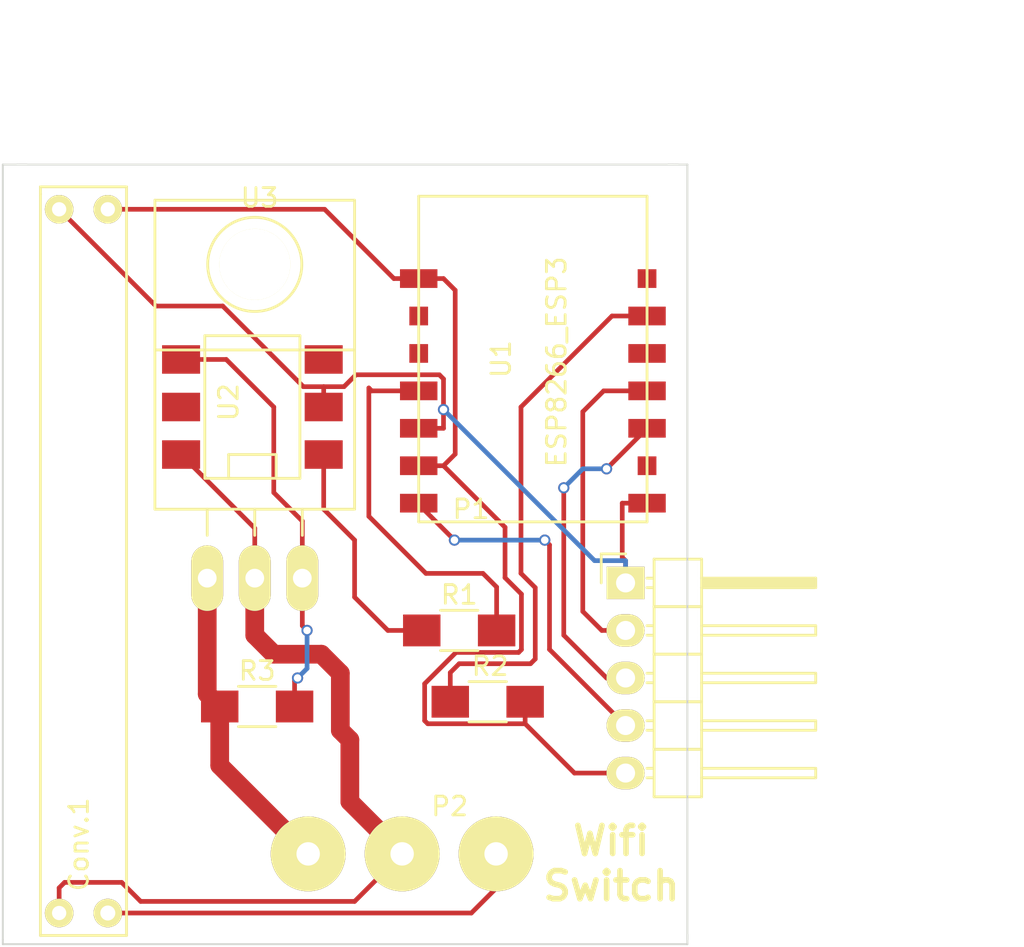
<source format=kicad_pcb>
(kicad_pcb (version 20171130) (host pcbnew "(5.1.12)-1")

  (general
    (thickness 1.6)
    (drawings 12)
    (tracks 123)
    (zones 0)
    (modules 9)
    (nets 18)
  )

  (page A4)
  (layers
    (0 F.Cu signal)
    (31 B.Cu signal hide)
    (32 B.Adhes user)
    (33 F.Adhes user)
    (34 B.Paste user)
    (35 F.Paste user)
    (36 B.SilkS user)
    (37 F.SilkS user)
    (38 B.Mask user)
    (39 F.Mask user)
    (40 Dwgs.User user)
    (41 Cmts.User user)
    (42 Eco1.User user)
    (43 Eco2.User user)
    (44 Edge.Cuts user)
    (45 Margin user)
    (46 B.CrtYd user)
    (47 F.CrtYd user)
    (48 B.Fab user)
    (49 F.Fab user)
  )

  (setup
    (last_trace_width 0.25)
    (user_trace_width 0.25)
    (user_trace_width 1)
    (trace_clearance 0.2)
    (zone_clearance 0.508)
    (zone_45_only no)
    (trace_min 0.2)
    (via_size 0.6)
    (via_drill 0.4)
    (via_min_size 0.4)
    (via_min_drill 0.3)
    (uvia_size 0.3)
    (uvia_drill 0.1)
    (uvias_allowed no)
    (uvia_min_size 0.2)
    (uvia_min_drill 0.1)
    (edge_width 0.1)
    (segment_width 0.2)
    (pcb_text_width 0.3)
    (pcb_text_size 1.5 1.5)
    (mod_edge_width 0.15)
    (mod_text_size 1 1)
    (mod_text_width 0.15)
    (pad_size 2 1)
    (pad_drill 0)
    (pad_to_mask_clearance 0)
    (aux_axis_origin 0 0)
    (visible_elements 7FFFFFFF)
    (pcbplotparams
      (layerselection 0x010f0_80000001)
      (usegerberextensions true)
      (usegerberattributes true)
      (usegerberadvancedattributes true)
      (creategerberjobfile true)
      (excludeedgelayer true)
      (linewidth 0.100000)
      (plotframeref false)
      (viasonmask false)
      (mode 1)
      (useauxorigin false)
      (hpglpennumber 1)
      (hpglpenspeed 20)
      (hpglpendiameter 15.000000)
      (psnegative false)
      (psa4output false)
      (plotreference true)
      (plotvalue true)
      (plotinvisibletext false)
      (padsonsilk false)
      (subtractmaskfromsilk false)
      (outputformat 1)
      (mirror false)
      (drillshape 0)
      (scaleselection 1)
      (outputdirectory "Gerber/"))
  )

  (net 0 "")
  (net 1 GND)
  (net 2 "Net-(P1-Pad2)")
  (net 3 "Net-(P1-Pad3)")
  (net 4 "Net-(P1-Pad4)")
  (net 5 "Net-(C1-Pad4)")
  (net 6 "Net-(C1-Pad3)")
  (net 7 "Net-(R1-Pad1)")
  (net 8 "Net-(R1-Pad2)")
  (net 9 "Net-(R2-Pad1)")
  (net 10 "Net-(R3-Pad1)")
  (net 11 "Net-(U1-Pad10)")
  (net 12 "Net-(U1-Pad9)")
  (net 13 "Net-(U1-Pad2)")
  (net 14 "Net-(U1-Pad5)")
  (net 15 "Net-(U1-Pad7)")
  (net 16 "Net-(P2-Pad1)")
  (net 17 +3V3)

  (net_class Default "This is the default net class."
    (clearance 0.2)
    (trace_width 0.25)
    (via_dia 0.6)
    (via_drill 0.4)
    (uvia_dia 0.3)
    (uvia_drill 0.1)
    (add_net +3V3)
    (add_net GND)
    (add_net "Net-(C1-Pad3)")
    (add_net "Net-(C1-Pad4)")
    (add_net "Net-(P1-Pad2)")
    (add_net "Net-(P1-Pad3)")
    (add_net "Net-(P1-Pad4)")
    (add_net "Net-(P2-Pad1)")
    (add_net "Net-(R1-Pad1)")
    (add_net "Net-(R1-Pad2)")
    (add_net "Net-(R2-Pad1)")
    (add_net "Net-(R3-Pad1)")
    (add_net "Net-(U1-Pad10)")
    (add_net "Net-(U1-Pad2)")
    (add_net "Net-(U1-Pad5)")
    (add_net "Net-(U1-Pad7)")
    (add_net "Net-(U1-Pad9)")
  )

  (net_class Power ""
    (clearance 2.54)
    (trace_width 0.75)
    (via_dia 0.6)
    (via_drill 0.4)
    (uvia_dia 0.3)
    (uvia_drill 0.1)
  )

  (module WifiSwitch:DIP-6_SMD (layer F.Cu) (tedit 55A65CF6) (tstamp 5537ECDF)
    (at 116.967 88.9 90)
    (descr "DIP-8_300 smd shape")
    (tags "smd cms 8dip")
    (path /5537C87E)
    (attr smd)
    (fp_text reference U2 (at -1.016 -1.27 90) (layer F.SilkS)
      (effects (font (size 1 1) (thickness 0.15)))
    )
    (fp_text value MOC3031S (at -0.762 0.762 90) (layer F.Fab)
      (effects (font (size 1 1) (thickness 0.15)))
    )
    (fp_line (start -3.81 1.27) (end -5.08 1.27) (layer F.SilkS) (width 0.15))
    (fp_line (start -3.81 -1.27) (end -3.81 1.27) (layer F.SilkS) (width 0.15))
    (fp_line (start -5.08 -1.27) (end -3.81 -1.27) (layer F.SilkS) (width 0.15))
    (fp_line (start -5.08 -2.54) (end -5.08 2.54) (layer F.SilkS) (width 0.15))
    (fp_line (start 2.54 2.54) (end -5.08 2.54) (layer F.SilkS) (width 0.15))
    (fp_line (start 2.54 -2.54) (end 2.54 2.54) (layer F.SilkS) (width 0.15))
    (fp_line (start -5.08 -2.54) (end 2.54 -2.54) (layer F.SilkS) (width 0.15))
    (pad 1 smd rect (at -3.81 3.81 90) (size 1.524 2.032) (layers F.Cu F.Paste F.Mask)
      (net 7 "Net-(R1-Pad1)"))
    (pad 2 smd rect (at -1.27 3.81 90) (size 1.524 2.032) (layers F.Cu F.Paste F.Mask)
      (net 1 GND))
    (pad 3 smd rect (at 1.27 3.81 90) (size 1.524 2.032) (layers F.Cu F.Paste F.Mask))
    (pad 4 smd rect (at 1.27 -3.81 90) (size 1.524 2.032) (layers F.Cu F.Paste F.Mask)
      (net 10 "Net-(R3-Pad1)"))
    (pad 5 smd rect (at -1.27 -3.81 90) (size 1.524 2.032) (layers F.Cu F.Paste F.Mask))
    (pad 6 smd rect (at -3.81 -3.81 90) (size 1.524 2.032) (layers F.Cu F.Paste F.Mask)
      (net 5 "Net-(C1-Pad4)"))
    (model SMD_Packages.3dshapes/DIP-8_SMD.wrl
      (at (xyz 0 0 0))
      (scale (xyz 1 0.5 0.8))
      (rotate (xyz 0 0 0))
    )
  )

  (module Pin_Headers:Pin_Header_Angled_1x05 (layer F.Cu) (tedit 5538D1C2) (tstamp 5537ECAA)
    (at 136.906 99.568)
    (descr "Through hole pin header")
    (tags "pin header")
    (path /5537CFE5)
    (fp_text reference P1 (at -8.255 -3.937) (layer F.SilkS)
      (effects (font (size 1 1) (thickness 0.15)))
    )
    (fp_text value CONN_01X05 (at -2.413 5.461 90) (layer F.Fab)
      (effects (font (size 1 1) (thickness 0.15)))
    )
    (fp_line (start 1.524 6.35) (end 4.064 6.35) (layer F.SilkS) (width 0.15))
    (fp_line (start 1.524 6.35) (end 1.524 8.89) (layer F.SilkS) (width 0.15))
    (fp_line (start 1.524 8.89) (end 4.064 8.89) (layer F.SilkS) (width 0.15))
    (fp_line (start 4.064 7.366) (end 10.16 7.366) (layer F.SilkS) (width 0.15))
    (fp_line (start 10.16 7.366) (end 10.16 7.874) (layer F.SilkS) (width 0.15))
    (fp_line (start 10.16 7.874) (end 4.064 7.874) (layer F.SilkS) (width 0.15))
    (fp_line (start 4.064 8.89) (end 4.064 6.35) (layer F.SilkS) (width 0.15))
    (fp_line (start 4.064 11.43) (end 4.064 8.89) (layer F.SilkS) (width 0.15))
    (fp_line (start 10.16 10.414) (end 4.064 10.414) (layer F.SilkS) (width 0.15))
    (fp_line (start 10.16 9.906) (end 10.16 10.414) (layer F.SilkS) (width 0.15))
    (fp_line (start 4.064 9.906) (end 10.16 9.906) (layer F.SilkS) (width 0.15))
    (fp_line (start 1.524 11.43) (end 4.064 11.43) (layer F.SilkS) (width 0.15))
    (fp_line (start 1.524 8.89) (end 1.524 11.43) (layer F.SilkS) (width 0.15))
    (fp_line (start 1.524 8.89) (end 4.064 8.89) (layer F.SilkS) (width 0.15))
    (fp_line (start 1.524 1.27) (end 4.064 1.27) (layer F.SilkS) (width 0.15))
    (fp_line (start 1.524 1.27) (end 1.524 3.81) (layer F.SilkS) (width 0.15))
    (fp_line (start 1.524 3.81) (end 4.064 3.81) (layer F.SilkS) (width 0.15))
    (fp_line (start 4.064 2.286) (end 10.16 2.286) (layer F.SilkS) (width 0.15))
    (fp_line (start 10.16 2.286) (end 10.16 2.794) (layer F.SilkS) (width 0.15))
    (fp_line (start 10.16 2.794) (end 4.064 2.794) (layer F.SilkS) (width 0.15))
    (fp_line (start 4.064 3.81) (end 4.064 1.27) (layer F.SilkS) (width 0.15))
    (fp_line (start 4.064 6.35) (end 4.064 3.81) (layer F.SilkS) (width 0.15))
    (fp_line (start 10.16 5.334) (end 4.064 5.334) (layer F.SilkS) (width 0.15))
    (fp_line (start 10.16 4.826) (end 10.16 5.334) (layer F.SilkS) (width 0.15))
    (fp_line (start 4.064 4.826) (end 10.16 4.826) (layer F.SilkS) (width 0.15))
    (fp_line (start 1.524 6.35) (end 4.064 6.35) (layer F.SilkS) (width 0.15))
    (fp_line (start 1.524 3.81) (end 1.524 6.35) (layer F.SilkS) (width 0.15))
    (fp_line (start 1.524 3.81) (end 4.064 3.81) (layer F.SilkS) (width 0.15))
    (fp_line (start 1.524 -1.27) (end 4.064 -1.27) (layer F.SilkS) (width 0.15))
    (fp_line (start 1.524 -1.27) (end 1.524 1.27) (layer F.SilkS) (width 0.15))
    (fp_line (start 1.524 1.27) (end 4.064 1.27) (layer F.SilkS) (width 0.15))
    (fp_line (start 4.064 -0.254) (end 10.16 -0.254) (layer F.SilkS) (width 0.15))
    (fp_line (start 10.16 -0.254) (end 10.16 0.254) (layer F.SilkS) (width 0.15))
    (fp_line (start 10.16 0.254) (end 4.064 0.254) (layer F.SilkS) (width 0.15))
    (fp_line (start 4.064 1.27) (end 4.064 -1.27) (layer F.SilkS) (width 0.15))
    (fp_line (start 1.524 9.906) (end 1.143 9.906) (layer F.SilkS) (width 0.15))
    (fp_line (start 1.524 10.414) (end 1.143 10.414) (layer F.SilkS) (width 0.15))
    (fp_line (start 1.524 7.874) (end 1.143 7.874) (layer F.SilkS) (width 0.15))
    (fp_line (start 1.524 7.366) (end 1.143 7.366) (layer F.SilkS) (width 0.15))
    (fp_line (start 1.524 5.334) (end 1.143 5.334) (layer F.SilkS) (width 0.15))
    (fp_line (start 1.524 4.826) (end 1.143 4.826) (layer F.SilkS) (width 0.15))
    (fp_line (start 1.524 2.794) (end 1.143 2.794) (layer F.SilkS) (width 0.15))
    (fp_line (start 1.524 2.286) (end 1.143 2.286) (layer F.SilkS) (width 0.15))
    (fp_line (start 1.524 0.254) (end 1.143 0.254) (layer F.SilkS) (width 0.15))
    (fp_line (start 1.524 -0.254) (end 1.143 -0.254) (layer F.SilkS) (width 0.15))
    (fp_line (start 4.191 0) (end 10.033 0) (layer F.SilkS) (width 0.15))
    (fp_line (start 4.191 0.127) (end 4.191 0) (layer F.SilkS) (width 0.15))
    (fp_line (start 10.033 0.127) (end 4.191 0.127) (layer F.SilkS) (width 0.15))
    (fp_line (start 10.033 -0.127) (end 10.033 0.127) (layer F.SilkS) (width 0.15))
    (fp_line (start 4.191 -0.127) (end 10.033 -0.127) (layer F.SilkS) (width 0.15))
    (fp_line (start 0 -1.55) (end -1.3 -1.55) (layer F.SilkS) (width 0.15))
    (fp_line (start -1.3 -1.55) (end -1.3 0) (layer F.SilkS) (width 0.15))
    (fp_line (start -1.5 11.95) (end 10.65 11.95) (layer F.CrtYd) (width 0.05))
    (fp_line (start -1.5 -1.75) (end 10.65 -1.75) (layer F.CrtYd) (width 0.05))
    (fp_line (start 10.65 -1.75) (end 10.65 11.95) (layer F.CrtYd) (width 0.05))
    (fp_line (start -1.5 -1.75) (end -1.5 11.95) (layer F.CrtYd) (width 0.05))
    (pad 1 thru_hole rect (at 0 0) (size 2.032 1.7272) (drill 1.016) (layers *.Cu *.Mask F.SilkS)
      (net 1 GND))
    (pad 2 thru_hole oval (at 0 2.54) (size 2.032 1.7272) (drill 1.016) (layers *.Cu *.Mask F.SilkS)
      (net 2 "Net-(P1-Pad2)"))
    (pad 3 thru_hole oval (at 0 5.08) (size 2.032 1.7272) (drill 1.016) (layers *.Cu *.Mask F.SilkS)
      (net 3 "Net-(P1-Pad3)"))
    (pad 4 thru_hole oval (at 0 7.62) (size 2.032 1.7272) (drill 1.016) (layers *.Cu *.Mask F.SilkS)
      (net 4 "Net-(P1-Pad4)"))
    (pad 5 thru_hole oval (at 0 10.16) (size 2.032 1.7272) (drill 1.016) (layers *.Cu *.Mask F.SilkS)
      (net 17 +3V3))
    (model Pin_Headers.3dshapes/Pin_Header_Angled_1x05.wrl
      (offset (xyz 0 -5.079999923706055 0))
      (scale (xyz 1 1 1))
      (rotate (xyz 0 0 90))
    )
  )

  (module Resistors_SMD:R_1206_HandSoldering (layer F.Cu) (tedit 5538D1E6) (tstamp 5537ECB7)
    (at 128.016 102.108)
    (descr "Resistor SMD 1206, hand soldering")
    (tags "resistor 1206")
    (path /55380183)
    (attr smd)
    (fp_text reference R1 (at 0 -1.905) (layer F.SilkS)
      (effects (font (size 1 1) (thickness 0.15)))
    )
    (fp_text value 220R (at -5.334 0) (layer F.Fab)
      (effects (font (size 1 1) (thickness 0.15)))
    )
    (fp_line (start -1 -1.075) (end 1 -1.075) (layer F.SilkS) (width 0.15))
    (fp_line (start 1 1.075) (end -1 1.075) (layer F.SilkS) (width 0.15))
    (fp_line (start 3.3 -1.2) (end 3.3 1.2) (layer F.CrtYd) (width 0.05))
    (fp_line (start -3.3 -1.2) (end -3.3 1.2) (layer F.CrtYd) (width 0.05))
    (fp_line (start -3.3 1.2) (end 3.3 1.2) (layer F.CrtYd) (width 0.05))
    (fp_line (start -3.3 -1.2) (end 3.3 -1.2) (layer F.CrtYd) (width 0.05))
    (pad 1 smd rect (at -2 0) (size 2 1.7) (layers F.Cu F.Paste F.Mask)
      (net 7 "Net-(R1-Pad1)"))
    (pad 2 smd rect (at 2 0) (size 2 1.7) (layers F.Cu F.Paste F.Mask)
      (net 8 "Net-(R1-Pad2)"))
    (model Resistors_SMD.3dshapes/R_1206_HandSoldering.wrl
      (at (xyz 0 0 0))
      (scale (xyz 1 1 1))
      (rotate (xyz 0 0 0))
    )
  )

  (module Resistors_SMD:R_1206_HandSoldering (layer F.Cu) (tedit 5538D1E1) (tstamp 5537ECBD)
    (at 129.54 105.918)
    (descr "Resistor SMD 1206, hand soldering")
    (tags "resistor 1206")
    (path /5537CF64)
    (attr smd)
    (fp_text reference R2 (at 0.127 -1.905) (layer F.SilkS)
      (effects (font (size 1 1) (thickness 0.15)))
    )
    (fp_text value 4K7 (at -4.826 0) (layer F.Fab)
      (effects (font (size 1 1) (thickness 0.15)))
    )
    (fp_line (start -1 -1.075) (end 1 -1.075) (layer F.SilkS) (width 0.15))
    (fp_line (start 1 1.075) (end -1 1.075) (layer F.SilkS) (width 0.15))
    (fp_line (start 3.3 -1.2) (end 3.3 1.2) (layer F.CrtYd) (width 0.05))
    (fp_line (start -3.3 -1.2) (end -3.3 1.2) (layer F.CrtYd) (width 0.05))
    (fp_line (start -3.3 1.2) (end 3.3 1.2) (layer F.CrtYd) (width 0.05))
    (fp_line (start -3.3 -1.2) (end 3.3 -1.2) (layer F.CrtYd) (width 0.05))
    (pad 1 smd rect (at -2 0) (size 2 1.7) (layers F.Cu F.Paste F.Mask)
      (net 9 "Net-(R2-Pad1)"))
    (pad 2 smd rect (at 2 0) (size 2 1.7) (layers F.Cu F.Paste F.Mask)
      (net 17 +3V3))
    (model Resistors_SMD.3dshapes/R_1206_HandSoldering.wrl
      (at (xyz 0 0 0))
      (scale (xyz 1 1 1))
      (rotate (xyz 0 0 0))
    )
  )

  (module Resistors_SMD:R_1206_HandSoldering (layer F.Cu) (tedit 5538017D) (tstamp 5537ECC3)
    (at 117.221 106.172 180)
    (descr "Resistor SMD 1206, hand soldering")
    (tags "resistor 1206")
    (path /5537CF81)
    (attr smd)
    (fp_text reference R3 (at 0 1.905 180) (layer F.SilkS)
      (effects (font (size 1 1) (thickness 0.15)))
    )
    (fp_text value 330R (at -0.254 -2.159 180) (layer F.Fab)
      (effects (font (size 1 1) (thickness 0.15)))
    )
    (fp_line (start -1 -1.075) (end 1 -1.075) (layer F.SilkS) (width 0.15))
    (fp_line (start 1 1.075) (end -1 1.075) (layer F.SilkS) (width 0.15))
    (fp_line (start 3.3 -1.2) (end 3.3 1.2) (layer F.CrtYd) (width 0.05))
    (fp_line (start -3.3 -1.2) (end -3.3 1.2) (layer F.CrtYd) (width 0.05))
    (fp_line (start -3.3 1.2) (end 3.3 1.2) (layer F.CrtYd) (width 0.05))
    (fp_line (start -3.3 -1.2) (end 3.3 -1.2) (layer F.CrtYd) (width 0.05))
    (pad 1 smd rect (at -2 0 180) (size 2 1.7) (layers F.Cu F.Paste F.Mask)
      (net 10 "Net-(R3-Pad1)"))
    (pad 2 smd rect (at 2 0 180) (size 2 1.7) (layers F.Cu F.Paste F.Mask)
      (net 16 "Net-(P2-Pad1)"))
    (model Resistors_SMD.3dshapes/R_1206_HandSoldering.wrl
      (at (xyz 0 0 0))
      (scale (xyz 1 1 1))
      (rotate (xyz 0 0 0))
    )
  )

  (module WifiSwitch:ESP8266-ESP-03 (layer F.Cu) (tedit 55A6BF29) (tstamp 5537ECD5)
    (at 131.953 89.408)
    (descr "ESP8266 ESP-03 wifi module -- Phillip Pearson")
    (path /553681EC)
    (fp_text reference U1 (at -1.7 -1.8 90) (layer F.SilkS)
      (effects (font (size 1 1) (thickness 0.15)))
    )
    (fp_text value ESP8266_ESP3 (at 1.27 -1.651 90) (layer F.SilkS)
      (effects (font (size 1 1) (thickness 0.15)))
    )
    (fp_line (start 6.1 6.9) (end -6.1 6.9) (layer F.SilkS) (width 0.15))
    (fp_line (start 6.1 -10.5) (end 6.1 6.9) (layer F.SilkS) (width 0.15))
    (fp_line (start -6.1 -10.5) (end 6.1 -10.5) (layer F.SilkS) (width 0.15))
    (fp_line (start -6.1 6.9) (end -6.1 -10.5) (layer F.SilkS) (width 0.15))
    (pad 14 smd rect (at -6.1 5.9) (size 2 1) (layers F.Cu F.Paste F.Mask)
      (net 4 "Net-(P1-Pad4)"))
    (pad 13 smd rect (at -6.1 3.9) (size 2 1) (layers F.Cu F.Paste F.Mask)
      (net 17 +3V3))
    (pad 12 smd rect (at -6.1 1.9) (size 2 1) (layers F.Cu F.Paste F.Mask)
      (net 1 GND))
    (pad 11 smd rect (at -6.1 -0.1) (size 2 1) (layers F.Cu F.Paste F.Mask)
      (net 8 "Net-(R1-Pad2)"))
    (pad 10 smd rect (at -6.1 -2.1) (size 1 1) (layers F.Cu F.Paste F.Mask)
      (net 11 "Net-(U1-Pad10)"))
    (pad 9 smd rect (at -6.1 -4.1) (size 1 1) (layers F.Cu F.Paste F.Mask)
      (net 12 "Net-(U1-Pad9)"))
    (pad 8 smd rect (at -6.1 -6.1) (size 2 1) (layers F.Cu F.Paste F.Mask)
      (net 17 +3V3))
    (pad 1 smd rect (at 6.1 5.9) (size 2 1) (layers F.Cu F.Paste F.Mask)
      (net 1 GND))
    (pad 2 smd rect (at 6.1 3.9) (size 1 1) (layers F.Cu F.Paste F.Mask)
      (net 13 "Net-(U1-Pad2)"))
    (pad 3 smd rect (at 6.1 1.9) (size 2 1) (layers F.Cu F.Paste F.Mask)
      (net 3 "Net-(P1-Pad3)"))
    (pad 4 smd rect (at 6.1 -0.1) (size 2 1) (layers F.Cu F.Paste F.Mask)
      (net 2 "Net-(P1-Pad2)"))
    (pad 5 smd rect (at 6.1 -2.1) (size 2 1) (layers F.Cu F.Paste F.Mask)
      (net 14 "Net-(U1-Pad5)"))
    (pad 6 smd rect (at 6.1 -4.1) (size 2 1) (layers F.Cu F.Paste F.Mask)
      (net 9 "Net-(R2-Pad1)"))
    (pad 7 smd rect (at 6.1 -6.1) (size 1 1) (layers F.Cu F.Paste F.Mask)
      (net 15 "Net-(U1-Pad7)"))
  )

  (module Transistors_TO-220:TO-220_Neutral123_Horizontal_LargePads (layer F.Cu) (tedit 5538D81A) (tstamp 5537ECE7)
    (at 117.094 99.314)
    (descr "TO-220, Neutral, Horizontal, Large Pads,")
    (tags "TO-220, Neutral, Horizontal, Large Pads,")
    (path /5537D078)
    (fp_text reference U3 (at 0.254 -20.32) (layer F.SilkS)
      (effects (font (size 1 1) (thickness 0.15)))
    )
    (fp_text value TRIAC (at 0 2.667) (layer F.Fab)
      (effects (font (size 1 1) (thickness 0.15)))
    )
    (fp_circle (center 0 -16.764) (end 1.778 -14.986) (layer F.SilkS) (width 0.15))
    (fp_line (start 0 -3.683) (end 5.334 -3.683) (layer F.SilkS) (width 0.15))
    (fp_line (start 0 -3.683) (end -5.334 -3.683) (layer F.SilkS) (width 0.15))
    (fp_line (start -5.334 -12.192) (end -5.334 -3.683) (layer F.SilkS) (width 0.15))
    (fp_line (start 5.334 -12.192) (end -5.334 -12.192) (layer F.SilkS) (width 0.15))
    (fp_line (start 5.334 -3.683) (end 5.334 -12.192) (layer F.SilkS) (width 0.15))
    (fp_line (start -5.334 -20.193) (end -5.334 -12.192) (layer F.SilkS) (width 0.15))
    (fp_line (start 5.334 -20.193) (end -5.334 -20.193) (layer F.SilkS) (width 0.15))
    (fp_line (start 5.334 -12.192) (end 5.334 -20.193) (layer F.SilkS) (width 0.15))
    (fp_line (start 2.54 -3.683) (end 2.54 -2.286) (layer F.SilkS) (width 0.15))
    (fp_line (start 0 -3.683) (end 0 -2.286) (layer F.SilkS) (width 0.15))
    (fp_line (start -2.54 -3.683) (end -2.54 -2.286) (layer F.SilkS) (width 0.15))
    (pad 2 thru_hole oval (at 0 0 90) (size 3.50012 1.69926) (drill 1.00076) (layers *.Cu *.Mask F.SilkS)
      (net 5 "Net-(C1-Pad4)"))
    (pad 1 thru_hole oval (at -2.54 0 90) (size 3.50012 1.69926) (drill 1.00076) (layers *.Cu *.Mask F.SilkS)
      (net 16 "Net-(P2-Pad1)"))
    (pad 3 thru_hole oval (at 2.54 0 90) (size 3.50012 1.69926) (drill 1.00076) (layers *.Cu *.Mask F.SilkS)
      (net 10 "Net-(R3-Pad1)"))
    (pad "" np_thru_hole circle (at 0 -16.764 90) (size 3.79984 3.79984) (drill 3.79984) (layers *.Cu *.Mask F.SilkS))
    (model Transistors_TO-220.3dshapes/TO-220_Neutral123_Horizontal_LargePads.wrl
      (at (xyz 0 0 0))
      (scale (xyz 0.3937 0.3937 0.3937))
      (rotate (xyz 0 0 0))
    )
  )

  (module WifiSwitch:AC_DC_Conv (layer F.Cu) (tedit 5538D832) (tstamp 5537F7AA)
    (at 107.442 98.806 270)
    (path /5537CAC0)
    (fp_text reference Conv.1 (at 14.732 -0.254 270) (layer F.SilkS)
      (effects (font (size 1 1) (thickness 0.15)))
    )
    (fp_text value "AC to DC convertor 3V3" (at -1.143 -0.254 270) (layer F.Fab)
      (effects (font (size 1 1) (thickness 0.15)))
    )
    (fp_line (start -20.4 1.8) (end -20.4 -2.8) (layer F.SilkS) (width 0.15))
    (fp_line (start -20 1.8) (end -20.4 1.8) (layer F.SilkS) (width 0.15))
    (fp_line (start 19.6 1.8) (end -20 1.8) (layer F.SilkS) (width 0.15))
    (fp_line (start 19.6 -2.8) (end 19.6 1.8) (layer F.SilkS) (width 0.15))
    (fp_line (start -20.4 -2.8) (end 19.6 -2.8) (layer F.SilkS) (width 0.15))
    (pad 3 thru_hole oval (at 18.4 -1.8 270) (size 1.524 1.524) (drill 0.8) (layers *.Cu *.Mask F.SilkS)
      (net 6 "Net-(C1-Pad3)"))
    (pad 4 thru_hole circle (at 18.4 0.8 270) (size 1.524 1.524) (drill 0.762) (layers *.Cu *.Mask F.SilkS)
      (net 5 "Net-(C1-Pad4)"))
    (pad 1 thru_hole circle (at -19.2 -1.8 270) (size 1.524 1.524) (drill 0.762) (layers *.Cu *.Mask F.SilkS)
      (net 17 +3V3))
    (pad 2 thru_hole circle (at -19.2 0.8 270) (size 1.524 1.524) (drill 0.762) (layers *.Cu *.Mask F.SilkS)
      (net 1 GND))
  )

  (module WifiSwitch:WirePad_3x-5mmDrill (layer F.Cu) (tedit 55A6C80A) (tstamp 5537FD93)
    (at 124.968 114.046)
    (path /5537D049)
    (fp_text reference P2 (at 2.54 -2.54) (layer F.SilkS)
      (effects (font (size 1 1) (thickness 0.15)))
    )
    (fp_text value CONN_01X03 (at -1.524 -3.81) (layer F.Fab)
      (effects (font (size 1 1) (thickness 0.15)))
    )
    (pad 1 thru_hole circle (at -5.02 0) (size 4 4) (drill 1.25) (layers *.Cu *.Mask F.SilkS)
      (net 16 "Net-(P2-Pad1)"))
    (pad 2 thru_hole circle (at 0 0) (size 4 4) (drill 1.25) (layers *.Cu *.Mask F.SilkS)
      (net 5 "Net-(C1-Pad4)"))
    (pad 3 thru_hole circle (at 5.02 0) (size 4 4) (drill 1.25) (layers *.Cu *.Mask F.SilkS)
      (net 6 "Net-(C1-Pad3)"))
  )

  (gr_text "Wifi\nSwitch" (at 136.144 114.554) (layer F.SilkS)
    (effects (font (size 1.5 1.5) (thickness 0.3)))
  )
  (dimension 41.656 (width 0.3) (layer Dwgs.User)
    (gr_text "41,656 mm" (at 155.528 98.044 270) (layer Dwgs.User)
      (effects (font (size 1.5 1.5) (thickness 0.3)))
    )
    (feature1 (pts (xy 140.208 118.872) (xy 156.878 118.872)))
    (feature2 (pts (xy 140.208 77.216) (xy 156.878 77.216)))
    (crossbar (pts (xy 154.178 77.216) (xy 154.178 118.872)))
    (arrow1a (pts (xy 154.178 118.872) (xy 153.591579 117.745496)))
    (arrow1b (pts (xy 154.178 118.872) (xy 154.764421 117.745496)))
    (arrow2a (pts (xy 154.178 77.216) (xy 153.591579 78.342504)))
    (arrow2b (pts (xy 154.178 77.216) (xy 154.764421 78.342504)))
  )
  (dimension 36.576 (width 0.3) (layer Dwgs.User)
    (gr_text "36,576 mm" (at 121.92 70.278) (layer Dwgs.User)
      (effects (font (size 1.5 1.5) (thickness 0.3)))
    )
    (feature1 (pts (xy 140.208 77.216) (xy 140.208 68.928)))
    (feature2 (pts (xy 103.632 77.216) (xy 103.632 68.928)))
    (crossbar (pts (xy 103.632 71.628) (xy 140.208 71.628)))
    (arrow1a (pts (xy 140.208 71.628) (xy 139.081496 72.214421)))
    (arrow1b (pts (xy 140.208 71.628) (xy 139.081496 71.041579)))
    (arrow2a (pts (xy 103.632 71.628) (xy 104.758504 72.214421)))
    (arrow2b (pts (xy 103.632 71.628) (xy 104.758504 71.041579)))
  )
  (gr_line (start 140.208 118.872) (end 140.208 118.364) (angle 90) (layer Edge.Cuts) (width 0.1))
  (gr_line (start 103.632 118.872) (end 140.208 118.872) (angle 90) (layer Edge.Cuts) (width 0.1))
  (gr_line (start 103.632 118.618) (end 103.632 118.872) (angle 90) (layer Edge.Cuts) (width 0.1))
  (gr_line (start 140.208 77.216) (end 140.208 118.618) (angle 90) (layer Edge.Cuts) (width 0.1))
  (gr_line (start 139.192 77.216) (end 140.208 77.216) (angle 90) (layer Edge.Cuts) (width 0.1))
  (gr_line (start 139.192 77.216) (end 139.7 77.216) (angle 90) (layer Edge.Cuts) (width 0.1))
  (gr_line (start 103.632 77.216) (end 104.902 77.216) (angle 90) (layer Edge.Cuts) (width 0.1))
  (gr_line (start 103.632 118.618) (end 103.632 77.216) (angle 90) (layer Edge.Cuts) (width 0.1))
  (gr_line (start 104.394 77.216) (end 139.446 77.216) (angle 90) (layer Edge.Cuts) (width 0.1))

  (segment (start 138.053 95.308) (end 136.7279 95.308) (width 0.25) (layer F.Cu) (net 1))
  (segment (start 136.906 99.568) (end 136.906 98.3793) (width 0.25) (layer F.Cu) (net 1))
  (segment (start 136.906 98.3793) (end 136.7279 98.2012) (width 0.25) (layer F.Cu) (net 1))
  (segment (start 136.7279 98.2012) (end 136.7279 95.308) (width 0.25) (layer F.Cu) (net 1))
  (segment (start 136.906 99.568) (end 136.906 98.3793) (width 0.25) (layer B.Cu) (net 1))
  (segment (start 127.1781 90.308) (end 127.1781 88.6708) (width 0.25) (layer F.Cu) (net 1))
  (segment (start 127.1781 88.6708) (end 126.9546 88.4473) (width 0.25) (layer F.Cu) (net 1))
  (segment (start 126.9546 88.4473) (end 122.4997 88.4473) (width 0.25) (layer F.Cu) (net 1))
  (segment (start 122.4997 88.4473) (end 121.8641 89.0829) (width 0.25) (layer F.Cu) (net 1))
  (segment (start 121.8641 89.0829) (end 120.777 89.0829) (width 0.25) (layer F.Cu) (net 1))
  (segment (start 127.1781 91.308) (end 127.1781 90.308) (width 0.25) (layer F.Cu) (net 1))
  (segment (start 136.906 98.3793) (end 135.2494 98.3793) (width 0.25) (layer B.Cu) (net 1))
  (segment (start 135.2494 98.3793) (end 127.1781 90.308) (width 0.25) (layer B.Cu) (net 1))
  (segment (start 125.853 91.308) (end 127.1781 91.308) (width 0.25) (layer F.Cu) (net 1))
  (segment (start 120.777 90.17) (end 120.777 89.0829) (width 0.25) (layer F.Cu) (net 1))
  (segment (start 106.642 79.606) (end 111.8111 84.7751) (width 0.25) (layer F.Cu) (net 1))
  (segment (start 111.8111 84.7751) (end 115.3821 84.7751) (width 0.25) (layer F.Cu) (net 1))
  (segment (start 115.3821 84.7751) (end 119.6899 89.0829) (width 0.25) (layer F.Cu) (net 1))
  (segment (start 119.6899 89.0829) (end 120.777 89.0829) (width 0.25) (layer F.Cu) (net 1))
  (via (at 127.1781 90.308) (size 0.6) (layers F.Cu B.Cu) (net 1))
  (segment (start 136.906 102.108) (end 135.636 102.108) (width 0.25) (layer F.Cu) (net 2))
  (segment (start 135.636 102.108) (end 134.62 101.092) (width 0.25) (layer F.Cu) (net 2))
  (segment (start 134.62 101.092) (end 134.62 90.424) (width 0.25) (layer F.Cu) (net 2))
  (segment (start 134.62 90.424) (end 135.736 89.308) (width 0.25) (layer F.Cu) (net 2))
  (segment (start 135.736 89.308) (end 138.053 89.308) (width 0.25) (layer F.Cu) (net 2))
  (segment (start 135.89 93.472) (end 138.053 91.309) (width 0.25) (layer F.Cu) (net 3))
  (segment (start 138.053 91.309) (end 138.053 91.308) (width 0.25) (layer F.Cu) (net 3))
  (segment (start 133.604 94.488) (end 134.62 93.472) (width 0.25) (layer B.Cu) (net 3))
  (segment (start 134.62 93.472) (end 135.89 93.472) (width 0.25) (layer B.Cu) (net 3))
  (segment (start 136.906 104.648) (end 135.89 104.648) (width 0.25) (layer F.Cu) (net 3))
  (segment (start 135.89 104.648) (end 133.604 102.362) (width 0.25) (layer F.Cu) (net 3))
  (segment (start 133.604 102.362) (end 133.604 94.488) (width 0.25) (layer F.Cu) (net 3))
  (via (at 135.89 93.472) (size 0.6) (layers F.Cu B.Cu) (net 3))
  (via (at 133.604 94.488) (size 0.6) (layers F.Cu B.Cu) (net 3))
  (segment (start 132.588 97.282) (end 132.842 97.536) (width 0.25) (layer F.Cu) (net 4))
  (segment (start 132.842 97.536) (end 132.842 103.124) (width 0.25) (layer F.Cu) (net 4))
  (segment (start 132.842 103.124) (end 136.906 107.188) (width 0.25) (layer F.Cu) (net 4))
  (segment (start 127.762 97.282) (end 132.588 97.282) (width 0.25) (layer B.Cu) (net 4))
  (segment (start 125.853 95.308) (end 125.853 95.373) (width 0.25) (layer F.Cu) (net 4))
  (segment (start 125.853 95.373) (end 127.762 97.282) (width 0.25) (layer F.Cu) (net 4))
  (via (at 132.588 97.282) (size 0.6) (layers F.Cu B.Cu) (net 4))
  (via (at 127.762 97.282) (size 0.6) (layers F.Cu B.Cu) (net 4))
  (segment (start 117.094 99.314) (end 117.094 96.647) (width 0.25) (layer F.Cu) (net 5))
  (segment (start 117.094 96.647) (end 113.157 92.71) (width 0.25) (layer F.Cu) (net 5))
  (segment (start 106.642 117.206) (end 107.076 117.206) (width 0.25) (layer F.Cu) (net 5))
  (segment (start 106.642 117.206) (end 106.642 115.862) (width 0.25) (layer F.Cu) (net 5))
  (segment (start 106.642 115.862) (end 106.934 115.57) (width 0.25) (layer F.Cu) (net 5))
  (segment (start 106.934 115.57) (end 109.982 115.57) (width 0.25) (layer F.Cu) (net 5))
  (segment (start 109.982 115.57) (end 110.998 116.586) (width 0.25) (layer F.Cu) (net 5))
  (segment (start 110.998 116.586) (end 122.428 116.586) (width 0.25) (layer F.Cu) (net 5))
  (segment (start 122.428 116.586) (end 124.968 114.046) (width 0.25) (layer F.Cu) (net 5))
  (segment (start 117.094 99.314) (end 117.094 102.362) (width 1) (layer F.Cu) (net 5))
  (segment (start 117.094 102.362) (end 118.11 103.378) (width 1) (layer F.Cu) (net 5))
  (segment (start 118.11 103.378) (end 120.65 103.378) (width 1) (layer F.Cu) (net 5))
  (segment (start 120.65 103.378) (end 121.666 104.394) (width 1) (layer F.Cu) (net 5))
  (segment (start 121.666 104.394) (end 121.666 107.442) (width 1) (layer F.Cu) (net 5))
  (segment (start 121.666 107.442) (end 122.174 107.95) (width 1) (layer F.Cu) (net 5))
  (segment (start 122.174 107.95) (end 122.174 111.252) (width 1) (layer F.Cu) (net 5))
  (segment (start 122.174 111.252) (end 124.968 114.046) (width 1) (layer F.Cu) (net 5))
  (segment (start 109.242 117.206) (end 128.666 117.206) (width 0.25) (layer F.Cu) (net 6))
  (segment (start 128.666 117.206) (end 129.988 115.884) (width 0.25) (layer F.Cu) (net 6))
  (segment (start 129.988 115.884) (end 129.988 114.046) (width 0.25) (layer F.Cu) (net 6))
  (segment (start 126.016 102.108) (end 124.206 102.108) (width 0.25) (layer F.Cu) (net 7))
  (segment (start 124.206 102.108) (end 122.428 100.33) (width 0.25) (layer F.Cu) (net 7))
  (segment (start 122.428 100.33) (end 122.428 97.282) (width 0.25) (layer F.Cu) (net 7))
  (segment (start 122.428 97.282) (end 120.777 95.631) (width 0.25) (layer F.Cu) (net 7))
  (segment (start 120.777 95.631) (end 120.777 92.71) (width 0.25) (layer F.Cu) (net 7))
  (segment (start 125.953 89.408) (end 125.853 89.308) (width 0.25) (layer F.Cu) (net 8))
  (segment (start 130.016 102.108) (end 130.016 99.79) (width 0.25) (layer F.Cu) (net 8))
  (segment (start 130.016 99.79) (end 129.286 99.06) (width 0.25) (layer F.Cu) (net 8))
  (segment (start 129.286 99.06) (end 126.238 99.06) (width 0.25) (layer F.Cu) (net 8))
  (segment (start 126.238 99.06) (end 123.19 96.012) (width 0.25) (layer F.Cu) (net 8))
  (segment (start 123.19 96.012) (end 123.19 89.154) (width 0.25) (layer F.Cu) (net 8))
  (segment (start 123.19 89.154) (end 123.344 89.308) (width 0.25) (layer F.Cu) (net 8))
  (segment (start 123.344 89.308) (end 125.853 89.308) (width 0.25) (layer F.Cu) (net 8))
  (segment (start 127.54 105.918) (end 127.54 104.362) (width 0.25) (layer F.Cu) (net 9))
  (segment (start 127.54 104.362) (end 128.016 103.886) (width 0.25) (layer F.Cu) (net 9))
  (segment (start 128.016 103.886) (end 131.826 103.886) (width 0.25) (layer F.Cu) (net 9))
  (segment (start 131.826 103.886) (end 132.08 103.632) (width 0.25) (layer F.Cu) (net 9))
  (segment (start 132.08 103.632) (end 132.08 99.822) (width 0.25) (layer F.Cu) (net 9))
  (segment (start 132.08 99.822) (end 131.318 99.06) (width 0.25) (layer F.Cu) (net 9))
  (segment (start 131.318 99.06) (end 131.318 90.17) (width 0.25) (layer F.Cu) (net 9))
  (segment (start 131.318 90.17) (end 136.18 85.308) (width 0.25) (layer F.Cu) (net 9))
  (segment (start 136.18 85.308) (end 138.053 85.308) (width 0.25) (layer F.Cu) (net 9))
  (segment (start 127.54 105.918) (end 128.016 105.918) (width 0.25) (layer F.Cu) (net 9))
  (segment (start 119.221 106.172) (end 119.221 104.807) (width 0.25) (layer F.Cu) (net 10))
  (segment (start 119.221 104.807) (end 119.38 104.648) (width 0.25) (layer F.Cu) (net 10))
  (segment (start 119.38 104.648) (end 119.888 104.14) (width 0.25) (layer B.Cu) (net 10))
  (segment (start 119.888 104.14) (end 119.888 102.108) (width 0.25) (layer B.Cu) (net 10))
  (segment (start 119.888 102.108) (end 119.634 101.854) (width 0.25) (layer F.Cu) (net 10))
  (segment (start 119.634 101.854) (end 119.634 99.314) (width 0.25) (layer F.Cu) (net 10))
  (segment (start 119.634 99.314) (end 119.634 96.266) (width 0.25) (layer F.Cu) (net 10))
  (segment (start 119.634 96.266) (end 118.11 94.742) (width 0.25) (layer F.Cu) (net 10))
  (segment (start 118.11 94.742) (end 118.11 90.17) (width 0.25) (layer F.Cu) (net 10))
  (segment (start 118.11 90.17) (end 115.57 87.63) (width 0.25) (layer F.Cu) (net 10))
  (segment (start 115.57 87.63) (end 113.157 87.63) (width 0.25) (layer F.Cu) (net 10))
  (via (at 119.38 104.648) (size 0.6) (layers F.Cu B.Cu) (net 10))
  (via (at 119.888 102.108) (size 0.6) (layers F.Cu B.Cu) (net 10))
  (segment (start 115.221 106.172) (end 115.221 109.319) (width 1) (layer F.Cu) (net 16))
  (segment (start 115.221 109.319) (end 119.948 114.046) (width 1) (layer F.Cu) (net 16))
  (segment (start 114.554 99.314) (end 114.554 105.505) (width 1) (layer F.Cu) (net 16))
  (segment (start 114.554 105.505) (end 115.221 106.172) (width 1) (layer F.Cu) (net 16))
  (segment (start 125.853 83.308) (end 124.5279 83.308) (width 0.25) (layer F.Cu) (net 17))
  (segment (start 109.242 79.606) (end 120.8259 79.606) (width 0.25) (layer F.Cu) (net 17))
  (segment (start 120.8259 79.606) (end 124.5279 83.308) (width 0.25) (layer F.Cu) (net 17))
  (segment (start 127.1781 93.308) (end 127.8032 92.6829) (width 0.25) (layer F.Cu) (net 17))
  (segment (start 127.8032 92.6829) (end 127.8032 83.9331) (width 0.25) (layer F.Cu) (net 17))
  (segment (start 127.8032 83.9331) (end 127.1781 83.308) (width 0.25) (layer F.Cu) (net 17))
  (segment (start 131.54 107.0931) (end 134.1749 109.728) (width 0.25) (layer F.Cu) (net 17))
  (segment (start 134.1749 109.728) (end 136.906 109.728) (width 0.25) (layer F.Cu) (net 17))
  (segment (start 127.1781 93.308) (end 130.4662 96.5961) (width 0.25) (layer F.Cu) (net 17))
  (segment (start 130.4662 96.5961) (end 130.4662 99.2921) (width 0.25) (layer F.Cu) (net 17))
  (segment (start 130.4662 99.2921) (end 131.3412 100.1671) (width 0.25) (layer F.Cu) (net 17))
  (segment (start 131.3412 100.1671) (end 131.3412 103.1316) (width 0.25) (layer F.Cu) (net 17))
  (segment (start 131.3412 103.1316) (end 131.1897 103.2831) (width 0.25) (layer F.Cu) (net 17))
  (segment (start 131.1897 103.2831) (end 127.8443 103.2831) (width 0.25) (layer F.Cu) (net 17))
  (segment (start 127.8443 103.2831) (end 126.1709 104.9565) (width 0.25) (layer F.Cu) (net 17))
  (segment (start 126.1709 104.9565) (end 126.1709 106.9285) (width 0.25) (layer F.Cu) (net 17))
  (segment (start 126.1709 106.9285) (end 126.3355 107.0931) (width 0.25) (layer F.Cu) (net 17))
  (segment (start 126.3355 107.0931) (end 131.54 107.0931) (width 0.25) (layer F.Cu) (net 17))
  (segment (start 131.54 105.918) (end 131.54 107.0931) (width 0.25) (layer F.Cu) (net 17))
  (segment (start 125.853 93.308) (end 127.1781 93.308) (width 0.25) (layer F.Cu) (net 17))
  (segment (start 125.853 83.308) (end 127.1781 83.308) (width 0.25) (layer F.Cu) (net 17))

)

</source>
